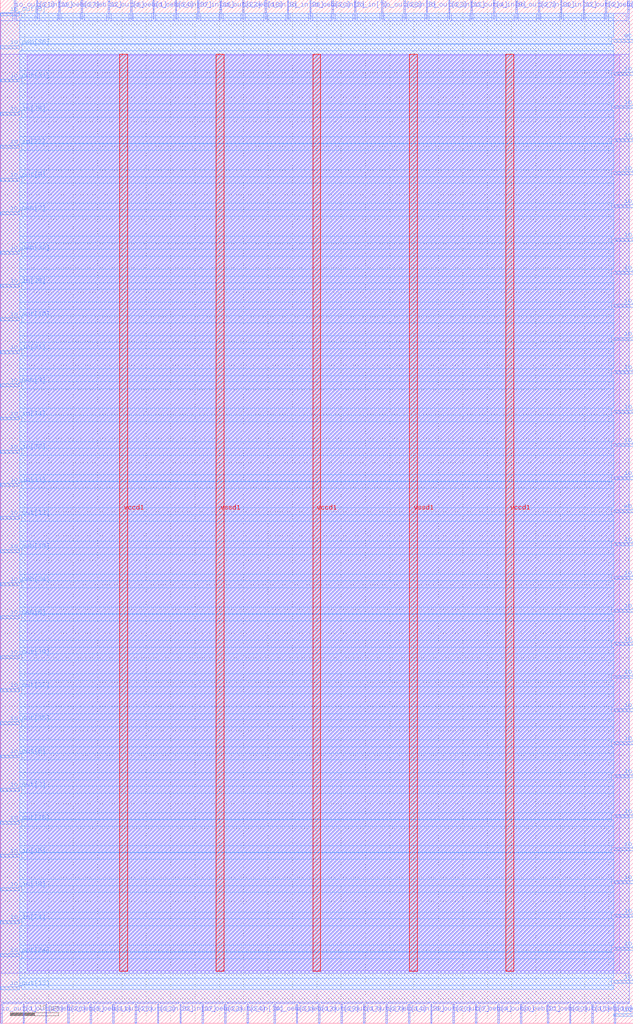
<source format=lef>
VERSION 5.7 ;
  NOWIREEXTENSIONATPIN ON ;
  DIVIDERCHAR "/" ;
  BUSBITCHARS "[]" ;
MACRO wrapped_tpm2137
  CLASS BLOCK ;
  FOREIGN wrapped_tpm2137 ;
  ORIGIN 0.000 0.000 ;
  SIZE 130.000 BY 210.000 ;
  PIN active
    DIRECTION INPUT ;
    USE SIGNAL ;
    PORT
      LAYER met3 ;
        RECT 126.000 201.320 130.000 201.920 ;
    END
  END active
  PIN io_in[0]
    DIRECTION INPUT ;
    USE SIGNAL ;
    PORT
      LAYER met3 ;
        RECT 126.000 57.160 130.000 57.760 ;
    END
  END io_in[0]
  PIN io_in[10]
    DIRECTION INPUT ;
    USE SIGNAL ;
    PORT
      LAYER met2 ;
        RECT 7.450 206.000 7.730 210.000 ;
    END
  END io_in[10]
  PIN io_in[11]
    DIRECTION INPUT ;
    USE SIGNAL ;
    PORT
      LAYER met3 ;
        RECT 0.000 110.200 4.000 110.800 ;
    END
  END io_in[11]
  PIN io_in[12]
    DIRECTION INPUT ;
    USE SIGNAL ;
    PORT
      LAYER met2 ;
        RECT 115.090 206.000 115.370 210.000 ;
    END
  END io_in[12]
  PIN io_in[13]
    DIRECTION INPUT ;
    USE SIGNAL ;
    PORT
      LAYER met2 ;
        RECT 92.090 206.000 92.370 210.000 ;
    END
  END io_in[13]
  PIN io_in[14]
    DIRECTION INPUT ;
    USE SIGNAL ;
    PORT
      LAYER met3 ;
        RECT 0.000 123.800 4.000 124.400 ;
    END
  END io_in[14]
  PIN io_in[15]
    DIRECTION INPUT ;
    USE SIGNAL ;
    PORT
      LAYER met3 ;
        RECT 0.000 34.040 4.000 34.640 ;
    END
  END io_in[15]
  PIN io_in[16]
    DIRECTION INPUT ;
    USE SIGNAL ;
    PORT
      LAYER met2 ;
        RECT 40.570 206.000 40.850 210.000 ;
    END
  END io_in[16]
  PIN io_in[17]
    DIRECTION INPUT ;
    USE SIGNAL ;
    PORT
      LAYER met2 ;
        RECT 36.890 0.000 37.170 4.000 ;
    END
  END io_in[17]
  PIN io_in[18]
    DIRECTION INPUT ;
    USE SIGNAL ;
    PORT
      LAYER met3 ;
        RECT 0.000 27.240 4.000 27.840 ;
    END
  END io_in[18]
  PIN io_in[19]
    DIRECTION INPUT ;
    USE SIGNAL ;
    PORT
      LAYER met3 ;
        RECT 126.000 187.720 130.000 188.320 ;
    END
  END io_in[19]
  PIN io_in[1]
    DIRECTION INPUT ;
    USE SIGNAL ;
    PORT
      LAYER met3 ;
        RECT 126.000 15.000 130.000 15.600 ;
    END
  END io_in[1]
  PIN io_in[20]
    DIRECTION INPUT ;
    USE SIGNAL ;
    PORT
      LAYER met2 ;
        RECT 110.490 206.000 110.770 210.000 ;
    END
  END io_in[20]
  PIN io_in[21]
    DIRECTION INPUT ;
    USE SIGNAL ;
    PORT
      LAYER met3 ;
        RECT 0.000 137.400 4.000 138.000 ;
    END
  END io_in[21]
  PIN io_in[22]
    DIRECTION INPUT ;
    USE SIGNAL ;
    PORT
      LAYER met3 ;
        RECT 0.000 179.560 4.000 180.160 ;
    END
  END io_in[22]
  PIN io_in[23]
    DIRECTION INPUT ;
    USE SIGNAL ;
    PORT
      LAYER met3 ;
        RECT 126.000 97.960 130.000 98.560 ;
    END
  END io_in[23]
  PIN io_in[24]
    DIRECTION INPUT ;
    USE SIGNAL ;
    PORT
      LAYER met3 ;
        RECT 0.000 20.440 4.000 21.040 ;
    END
  END io_in[24]
  PIN io_in[25]
    DIRECTION INPUT ;
    USE SIGNAL ;
    PORT
      LAYER met3 ;
        RECT 0.000 186.360 4.000 186.960 ;
    END
  END io_in[25]
  PIN io_in[26]
    DIRECTION INPUT ;
    USE SIGNAL ;
    PORT
      LAYER met2 ;
        RECT 58.970 206.000 59.250 210.000 ;
    END
  END io_in[26]
  PIN io_in[27]
    DIRECTION INPUT ;
    USE SIGNAL ;
    PORT
      LAYER met3 ;
        RECT 126.000 194.520 130.000 195.120 ;
    END
  END io_in[27]
  PIN io_in[28]
    DIRECTION INPUT ;
    USE SIGNAL ;
    PORT
      LAYER met3 ;
        RECT 126.000 1.400 130.000 2.000 ;
    END
  END io_in[28]
  PIN io_in[29]
    DIRECTION INPUT ;
    USE SIGNAL ;
    PORT
      LAYER met3 ;
        RECT 126.000 70.760 130.000 71.360 ;
    END
  END io_in[29]
  PIN io_in[2]
    DIRECTION INPUT ;
    USE SIGNAL ;
    PORT
      LAYER met2 ;
        RECT 54.370 206.000 54.650 210.000 ;
    END
  END io_in[2]
  PIN io_in[30]
    DIRECTION INPUT ;
    USE SIGNAL ;
    PORT
      LAYER met2 ;
        RECT 83.810 0.000 84.090 4.000 ;
    END
  END io_in[30]
  PIN io_in[31]
    DIRECTION INPUT ;
    USE SIGNAL ;
    PORT
      LAYER met3 ;
        RECT 126.000 111.560 130.000 112.160 ;
    END
  END io_in[31]
  PIN io_in[32]
    DIRECTION INPUT ;
    USE SIGNAL ;
    PORT
      LAYER met3 ;
        RECT 0.000 117.000 4.000 117.600 ;
    END
  END io_in[32]
  PIN io_in[33]
    DIRECTION INPUT ;
    USE SIGNAL ;
    PORT
      LAYER met2 ;
        RECT 32.290 0.000 32.570 4.000 ;
    END
  END io_in[33]
  PIN io_in[34]
    DIRECTION INPUT ;
    USE SIGNAL ;
    PORT
      LAYER met2 ;
        RECT 50.690 0.000 50.970 4.000 ;
    END
  END io_in[34]
  PIN io_in[35]
    DIRECTION INPUT ;
    USE SIGNAL ;
    PORT
      LAYER met3 ;
        RECT 126.000 28.600 130.000 29.200 ;
    END
  END io_in[35]
  PIN io_in[36]
    DIRECTION INPUT ;
    USE SIGNAL ;
    PORT
      LAYER met3 ;
        RECT 0.000 151.000 4.000 151.600 ;
    END
  END io_in[36]
  PIN io_in[37]
    DIRECTION INPUT ;
    USE SIGNAL ;
    PORT
      LAYER met2 ;
        RECT 35.970 206.000 36.250 210.000 ;
    END
  END io_in[37]
  PIN io_in[3]
    DIRECTION INPUT ;
    USE SIGNAL ;
    PORT
      LAYER met3 ;
        RECT 126.000 77.560 130.000 78.160 ;
    END
  END io_in[3]
  PIN io_in[4]
    DIRECTION INPUT ;
    USE SIGNAL ;
    PORT
      LAYER met3 ;
        RECT 126.000 118.360 130.000 118.960 ;
    END
  END io_in[4]
  PIN io_in[5]
    DIRECTION INPUT ;
    USE SIGNAL ;
    PORT
      LAYER met2 ;
        RECT 68.170 206.000 68.450 210.000 ;
    END
  END io_in[5]
  PIN io_in[6]
    DIRECTION INPUT ;
    USE SIGNAL ;
    PORT
      LAYER met3 ;
        RECT 126.000 91.160 130.000 91.760 ;
    END
  END io_in[6]
  PIN io_in[7]
    DIRECTION INPUT ;
    USE SIGNAL ;
    PORT
      LAYER met2 ;
        RECT 72.770 206.000 73.050 210.000 ;
    END
  END io_in[7]
  PIN io_in[8]
    DIRECTION INPUT ;
    USE SIGNAL ;
    PORT
      LAYER met2 ;
        RECT 82.890 206.000 83.170 210.000 ;
    END
  END io_in[8]
  PIN io_in[9]
    DIRECTION INPUT ;
    USE SIGNAL ;
    PORT
      LAYER met2 ;
        RECT 101.290 206.000 101.570 210.000 ;
    END
  END io_in[9]
  PIN io_oeb[0]
    DIRECTION OUTPUT TRISTATE ;
    USE SIGNAL ;
    PORT
      LAYER met2 ;
        RECT 128.890 206.000 129.170 210.000 ;
    END
  END io_oeb[0]
  PIN io_oeb[10]
    DIRECTION OUTPUT TRISTATE ;
    USE SIGNAL ;
    PORT
      LAYER met3 ;
        RECT 126.000 174.120 130.000 174.720 ;
    END
  END io_oeb[10]
  PIN io_oeb[11]
    DIRECTION OUTPUT TRISTATE ;
    USE SIGNAL ;
    PORT
      LAYER met2 ;
        RECT 18.490 0.000 18.770 4.000 ;
    END
  END io_oeb[11]
  PIN io_oeb[12]
    DIRECTION OUTPUT TRISTATE ;
    USE SIGNAL ;
    PORT
      LAYER met2 ;
        RECT 16.650 206.000 16.930 210.000 ;
    END
  END io_oeb[12]
  PIN io_oeb[13]
    DIRECTION OUTPUT TRISTATE ;
    USE SIGNAL ;
    PORT
      LAYER met2 ;
        RECT 60.810 0.000 61.090 4.000 ;
    END
  END io_oeb[13]
  PIN io_oeb[14]
    DIRECTION OUTPUT TRISTATE ;
    USE SIGNAL ;
    PORT
      LAYER met2 ;
        RECT 79.210 0.000 79.490 4.000 ;
    END
  END io_oeb[14]
  PIN io_oeb[15]
    DIRECTION OUTPUT TRISTATE ;
    USE SIGNAL ;
    PORT
      LAYER met3 ;
        RECT 126.000 180.920 130.000 181.520 ;
    END
  END io_oeb[15]
  PIN io_oeb[16]
    DIRECTION OUTPUT TRISTATE ;
    USE SIGNAL ;
    PORT
      LAYER met2 ;
        RECT 121.530 0.000 121.810 4.000 ;
    END
  END io_oeb[16]
  PIN io_oeb[17]
    DIRECTION OUTPUT TRISTATE ;
    USE SIGNAL ;
    PORT
      LAYER met3 ;
        RECT 126.000 140.120 130.000 140.720 ;
    END
  END io_oeb[17]
  PIN io_oeb[18]
    DIRECTION OUTPUT TRISTATE ;
    USE SIGNAL ;
    PORT
      LAYER met2 ;
        RECT 49.770 206.000 50.050 210.000 ;
    END
  END io_oeb[18]
  PIN io_oeb[19]
    DIRECTION OUTPUT TRISTATE ;
    USE SIGNAL ;
    PORT
      LAYER met3 ;
        RECT 0.000 96.600 4.000 97.200 ;
    END
  END io_oeb[19]
  PIN io_oeb[1]
    DIRECTION OUTPUT TRISTATE ;
    USE SIGNAL ;
    PORT
      LAYER met2 ;
        RECT 26.770 206.000 27.050 210.000 ;
    END
  END io_oeb[1]
  PIN io_oeb[20]
    DIRECTION OUTPUT TRISTATE ;
    USE SIGNAL ;
    PORT
      LAYER met2 ;
        RECT 63.570 206.000 63.850 210.000 ;
    END
  END io_oeb[20]
  PIN io_oeb[21]
    DIRECTION OUTPUT TRISTATE ;
    USE SIGNAL ;
    PORT
      LAYER met2 ;
        RECT 106.810 0.000 107.090 4.000 ;
    END
  END io_oeb[21]
  PIN io_oeb[22]
    DIRECTION OUTPUT TRISTATE ;
    USE SIGNAL ;
    PORT
      LAYER met2 ;
        RECT 41.490 0.000 41.770 4.000 ;
    END
  END io_oeb[22]
  PIN io_oeb[23]
    DIRECTION OUTPUT TRISTATE ;
    USE SIGNAL ;
    PORT
      LAYER met3 ;
        RECT 126.000 63.960 130.000 64.560 ;
    END
  END io_oeb[23]
  PIN io_oeb[24]
    DIRECTION OUTPUT TRISTATE ;
    USE SIGNAL ;
    PORT
      LAYER met2 ;
        RECT 31.370 206.000 31.650 210.000 ;
    END
  END io_oeb[24]
  PIN io_oeb[25]
    DIRECTION OUTPUT TRISTATE ;
    USE SIGNAL ;
    PORT
      LAYER met3 ;
        RECT 126.000 146.920 130.000 147.520 ;
    END
  END io_oeb[25]
  PIN io_oeb[26]
    DIRECTION OUTPUT TRISTATE ;
    USE SIGNAL ;
    PORT
      LAYER met2 ;
        RECT 9.290 0.000 9.570 4.000 ;
    END
  END io_oeb[26]
  PIN io_oeb[27]
    DIRECTION OUTPUT TRISTATE ;
    USE SIGNAL ;
    PORT
      LAYER met2 ;
        RECT 126.130 0.000 126.410 4.000 ;
    END
  END io_oeb[27]
  PIN io_oeb[28]
    DIRECTION OUTPUT TRISTATE ;
    USE SIGNAL ;
    PORT
      LAYER met3 ;
        RECT 126.000 50.360 130.000 50.960 ;
    END
  END io_oeb[28]
  PIN io_oeb[29]
    DIRECTION OUTPUT TRISTATE ;
    USE SIGNAL ;
    PORT
      LAYER met2 ;
        RECT 124.290 206.000 124.570 210.000 ;
    END
  END io_oeb[29]
  PIN io_oeb[2]
    DIRECTION OUTPUT TRISTATE ;
    USE SIGNAL ;
    PORT
      LAYER met3 ;
        RECT 0.000 165.960 4.000 166.560 ;
    END
  END io_oeb[2]
  PIN io_oeb[30]
    DIRECTION OUTPUT TRISTATE ;
    USE SIGNAL ;
    PORT
      LAYER met2 ;
        RECT 112.330 0.000 112.610 4.000 ;
    END
  END io_oeb[30]
  PIN io_oeb[31]
    DIRECTION OUTPUT TRISTATE ;
    USE SIGNAL ;
    PORT
      LAYER met2 ;
        RECT 56.210 0.000 56.490 4.000 ;
    END
  END io_oeb[31]
  PIN io_oeb[32]
    DIRECTION OUTPUT TRISTATE ;
    USE SIGNAL ;
    PORT
      LAYER met3 ;
        RECT 0.000 157.800 4.000 158.400 ;
    END
  END io_oeb[32]
  PIN io_oeb[33]
    DIRECTION OUTPUT TRISTATE ;
    USE SIGNAL ;
    PORT
      LAYER met3 ;
        RECT 126.000 160.520 130.000 161.120 ;
    END
  END io_oeb[33]
  PIN io_oeb[34]
    DIRECTION OUTPUT TRISTATE ;
    USE SIGNAL ;
    PORT
      LAYER met3 ;
        RECT 0.000 89.800 4.000 90.400 ;
    END
  END io_oeb[34]
  PIN io_oeb[35]
    DIRECTION OUTPUT TRISTATE ;
    USE SIGNAL ;
    PORT
      LAYER met3 ;
        RECT 126.000 21.800 130.000 22.400 ;
    END
  END io_oeb[35]
  PIN io_oeb[36]
    DIRECTION OUTPUT TRISTATE ;
    USE SIGNAL ;
    PORT
      LAYER met3 ;
        RECT 0.000 199.960 4.000 200.560 ;
    END
  END io_oeb[36]
  PIN io_oeb[37]
    DIRECTION OUTPUT TRISTATE ;
    USE SIGNAL ;
    PORT
      LAYER met2 ;
        RECT 12.050 206.000 12.330 210.000 ;
    END
  END io_oeb[37]
  PIN io_oeb[3]
    DIRECTION OUTPUT TRISTATE ;
    USE SIGNAL ;
    PORT
      LAYER met3 ;
        RECT 0.000 130.600 4.000 131.200 ;
    END
  END io_oeb[3]
  PIN io_oeb[4]
    DIRECTION OUTPUT TRISTATE ;
    USE SIGNAL ;
    PORT
      LAYER met2 ;
        RECT 97.610 0.000 97.890 4.000 ;
    END
  END io_oeb[4]
  PIN io_oeb[5]
    DIRECTION OUTPUT TRISTATE ;
    USE SIGNAL ;
    PORT
      LAYER met2 ;
        RECT 13.890 0.000 14.170 4.000 ;
    END
  END io_oeb[5]
  PIN io_oeb[6]
    DIRECTION OUTPUT TRISTATE ;
    USE SIGNAL ;
    PORT
      LAYER met3 ;
        RECT 0.000 83.000 4.000 83.600 ;
    END
  END io_oeb[6]
  PIN io_oeb[7]
    DIRECTION OUTPUT TRISTATE ;
    USE SIGNAL ;
    PORT
      LAYER met3 ;
        RECT 126.000 8.200 130.000 8.800 ;
    END
  END io_oeb[7]
  PIN io_oeb[8]
    DIRECTION OUTPUT TRISTATE ;
    USE SIGNAL ;
    PORT
      LAYER met3 ;
        RECT 126.000 125.160 130.000 125.760 ;
    END
  END io_oeb[8]
  PIN io_oeb[9]
    DIRECTION OUTPUT TRISTATE ;
    USE SIGNAL ;
    PORT
      LAYER met3 ;
        RECT 126.000 84.360 130.000 84.960 ;
    END
  END io_oeb[9]
  PIN io_out[0]
    DIRECTION OUTPUT TRISTATE ;
    USE SIGNAL ;
    PORT
      LAYER met2 ;
        RECT 102.210 0.000 102.490 4.000 ;
    END
  END io_out[0]
  PIN io_out[10]
    DIRECTION OUTPUT TRISTATE ;
    USE SIGNAL ;
    PORT
      LAYER met3 ;
        RECT 0.000 144.200 4.000 144.800 ;
    END
  END io_out[10]
  PIN io_out[11]
    DIRECTION OUTPUT TRISTATE ;
    USE SIGNAL ;
    PORT
      LAYER met3 ;
        RECT 126.000 42.200 130.000 42.800 ;
    END
  END io_out[11]
  PIN io_out[12]
    DIRECTION OUTPUT TRISTATE ;
    USE SIGNAL ;
    PORT
      LAYER met3 ;
        RECT 0.000 103.400 4.000 104.000 ;
    END
  END io_out[12]
  PIN io_out[13]
    DIRECTION OUTPUT TRISTATE ;
    USE SIGNAL ;
    PORT
      LAYER met3 ;
        RECT 0.000 6.840 4.000 7.440 ;
    END
  END io_out[13]
  PIN io_out[14]
    DIRECTION OUTPUT TRISTATE ;
    USE SIGNAL ;
    PORT
      LAYER met3 ;
        RECT 126.000 153.720 130.000 154.320 ;
    END
  END io_out[14]
  PIN io_out[15]
    DIRECTION OUTPUT TRISTATE ;
    USE SIGNAL ;
    PORT
      LAYER met2 ;
        RECT 116.930 0.000 117.210 4.000 ;
    END
  END io_out[15]
  PIN io_out[16]
    DIRECTION OUTPUT TRISTATE ;
    USE SIGNAL ;
    PORT
      LAYER met3 ;
        RECT 126.000 167.320 130.000 167.920 ;
    END
  END io_out[16]
  PIN io_out[17]
    DIRECTION OUTPUT TRISTATE ;
    USE SIGNAL ;
    PORT
      LAYER met2 ;
        RECT 70.010 0.000 70.290 4.000 ;
    END
  END io_out[17]
  PIN io_out[18]
    DIRECTION OUTPUT TRISTATE ;
    USE SIGNAL ;
    PORT
      LAYER met3 ;
        RECT 0.000 40.840 4.000 41.440 ;
    END
  END io_out[18]
  PIN io_out[19]
    DIRECTION OUTPUT TRISTATE ;
    USE SIGNAL ;
    PORT
      LAYER met3 ;
        RECT 0.000 74.840 4.000 75.440 ;
    END
  END io_out[19]
  PIN io_out[1]
    DIRECTION OUTPUT TRISTATE ;
    USE SIGNAL ;
    PORT
      LAYER met2 ;
        RECT 0.090 0.000 0.370 4.000 ;
    END
  END io_out[1]
  PIN io_out[20]
    DIRECTION OUTPUT TRISTATE ;
    USE SIGNAL ;
    PORT
      LAYER met2 ;
        RECT 88.410 0.000 88.690 4.000 ;
    END
  END io_out[20]
  PIN io_out[21]
    DIRECTION OUTPUT TRISTATE ;
    USE SIGNAL ;
    PORT
      LAYER met2 ;
        RECT 2.850 206.000 3.130 210.000 ;
    END
  END io_out[21]
  PIN io_out[22]
    DIRECTION OUTPUT TRISTATE ;
    USE SIGNAL ;
    PORT
      LAYER met2 ;
        RECT 45.170 206.000 45.450 210.000 ;
    END
  END io_out[22]
  PIN io_out[23]
    DIRECTION OUTPUT TRISTATE ;
    USE SIGNAL ;
    PORT
      LAYER met2 ;
        RECT 87.490 206.000 87.770 210.000 ;
    END
  END io_out[23]
  PIN io_out[24]
    DIRECTION OUTPUT TRISTATE ;
    USE SIGNAL ;
    PORT
      LAYER met3 ;
        RECT 0.000 13.640 4.000 14.240 ;
    END
  END io_out[24]
  PIN io_out[25]
    DIRECTION OUTPUT TRISTATE ;
    USE SIGNAL ;
    PORT
      LAYER met2 ;
        RECT 23.090 0.000 23.370 4.000 ;
    END
  END io_out[25]
  PIN io_out[26]
    DIRECTION OUTPUT TRISTATE ;
    USE SIGNAL ;
    PORT
      LAYER met2 ;
        RECT 4.690 0.000 4.970 4.000 ;
    END
  END io_out[26]
  PIN io_out[27]
    DIRECTION OUTPUT TRISTATE ;
    USE SIGNAL ;
    PORT
      LAYER met2 ;
        RECT 105.890 206.000 106.170 210.000 ;
    END
  END io_out[27]
  PIN io_out[28]
    DIRECTION OUTPUT TRISTATE ;
    USE SIGNAL ;
    PORT
      LAYER met2 ;
        RECT 78.290 206.000 78.570 210.000 ;
    END
  END io_out[28]
  PIN io_out[29]
    DIRECTION OUTPUT TRISTATE ;
    USE SIGNAL ;
    PORT
      LAYER met2 ;
        RECT 65.410 0.000 65.690 4.000 ;
    END
  END io_out[29]
  PIN io_out[2]
    DIRECTION OUTPUT TRISTATE ;
    USE SIGNAL ;
    PORT
      LAYER met2 ;
        RECT 119.690 206.000 119.970 210.000 ;
    END
  END io_out[2]
  PIN io_out[30]
    DIRECTION OUTPUT TRISTATE ;
    USE SIGNAL ;
    PORT
      LAYER met3 ;
        RECT 126.000 35.400 130.000 36.000 ;
    END
  END io_out[30]
  PIN io_out[31]
    DIRECTION OUTPUT TRISTATE ;
    USE SIGNAL ;
    PORT
      LAYER met3 ;
        RECT 0.000 193.160 4.000 193.760 ;
    END
  END io_out[31]
  PIN io_out[32]
    DIRECTION OUTPUT TRISTATE ;
    USE SIGNAL ;
    PORT
      LAYER met3 ;
        RECT 0.000 68.040 4.000 68.640 ;
    END
  END io_out[32]
  PIN io_out[33]
    DIRECTION OUTPUT TRISTATE ;
    USE SIGNAL ;
    PORT
      LAYER met2 ;
        RECT 27.690 0.000 27.970 4.000 ;
    END
  END io_out[33]
  PIN io_out[34]
    DIRECTION OUTPUT TRISTATE ;
    USE SIGNAL ;
    PORT
      LAYER met2 ;
        RECT 46.090 0.000 46.370 4.000 ;
    END
  END io_out[34]
  PIN io_out[35]
    DIRECTION OUTPUT TRISTATE ;
    USE SIGNAL ;
    PORT
      LAYER met3 ;
        RECT 0.000 61.240 4.000 61.840 ;
    END
  END io_out[35]
  PIN io_out[36]
    DIRECTION OUTPUT TRISTATE ;
    USE SIGNAL ;
    PORT
      LAYER met3 ;
        RECT 126.000 133.320 130.000 133.920 ;
    END
  END io_out[36]
  PIN io_out[37]
    DIRECTION OUTPUT TRISTATE ;
    USE SIGNAL ;
    PORT
      LAYER met2 ;
        RECT 74.610 0.000 74.890 4.000 ;
    END
  END io_out[37]
  PIN io_out[3]
    DIRECTION OUTPUT TRISTATE ;
    USE SIGNAL ;
    PORT
      LAYER met3 ;
        RECT 0.000 47.640 4.000 48.240 ;
    END
  END io_out[3]
  PIN io_out[4]
    DIRECTION OUTPUT TRISTATE ;
    USE SIGNAL ;
    PORT
      LAYER met2 ;
        RECT 96.690 206.000 96.970 210.000 ;
    END
  END io_out[4]
  PIN io_out[5]
    DIRECTION OUTPUT TRISTATE ;
    USE SIGNAL ;
    PORT
      LAYER met3 ;
        RECT 0.000 206.760 4.000 207.360 ;
    END
  END io_out[5]
  PIN io_out[6]
    DIRECTION OUTPUT TRISTATE ;
    USE SIGNAL ;
    PORT
      LAYER met2 ;
        RECT 22.170 206.000 22.450 210.000 ;
    END
  END io_out[6]
  PIN io_out[7]
    DIRECTION OUTPUT TRISTATE ;
    USE SIGNAL ;
    PORT
      LAYER met2 ;
        RECT 93.010 0.000 93.290 4.000 ;
    END
  END io_out[7]
  PIN io_out[8]
    DIRECTION OUTPUT TRISTATE ;
    USE SIGNAL ;
    PORT
      LAYER met3 ;
        RECT 0.000 54.440 4.000 55.040 ;
    END
  END io_out[8]
  PIN io_out[9]
    DIRECTION OUTPUT TRISTATE ;
    USE SIGNAL ;
    PORT
      LAYER met3 ;
        RECT 0.000 172.760 4.000 173.360 ;
    END
  END io_out[9]
  PIN vccd1
    DIRECTION INPUT ;
    USE POWER ;
    PORT
      LAYER met4 ;
        RECT 24.545 10.640 26.145 198.800 ;
    END
    PORT
      LAYER met4 ;
        RECT 64.195 10.640 65.795 198.800 ;
    END
    PORT
      LAYER met4 ;
        RECT 103.850 10.640 105.450 198.800 ;
    END
  END vccd1
  PIN vssd1
    DIRECTION INPUT ;
    USE GROUND ;
    PORT
      LAYER met4 ;
        RECT 44.370 10.640 45.970 198.800 ;
    END
    PORT
      LAYER met4 ;
        RECT 84.025 10.640 85.625 198.800 ;
    END
  END vssd1
  PIN wb_clk_i
    DIRECTION INPUT ;
    USE SIGNAL ;
    PORT
      LAYER met3 ;
        RECT 126.000 104.760 130.000 105.360 ;
    END
  END wb_clk_i
  OBS
      LAYER li1 ;
        RECT 5.520 10.795 127.275 198.645 ;
      LAYER met1 ;
        RECT 0.070 10.240 129.190 198.800 ;
      LAYER met2 ;
        RECT 0.100 205.720 2.570 207.245 ;
        RECT 3.410 205.720 7.170 207.245 ;
        RECT 8.010 205.720 11.770 207.245 ;
        RECT 12.610 205.720 16.370 207.245 ;
        RECT 17.210 205.720 21.890 207.245 ;
        RECT 22.730 205.720 26.490 207.245 ;
        RECT 27.330 205.720 31.090 207.245 ;
        RECT 31.930 205.720 35.690 207.245 ;
        RECT 36.530 205.720 40.290 207.245 ;
        RECT 41.130 205.720 44.890 207.245 ;
        RECT 45.730 205.720 49.490 207.245 ;
        RECT 50.330 205.720 54.090 207.245 ;
        RECT 54.930 205.720 58.690 207.245 ;
        RECT 59.530 205.720 63.290 207.245 ;
        RECT 64.130 205.720 67.890 207.245 ;
        RECT 68.730 205.720 72.490 207.245 ;
        RECT 73.330 205.720 78.010 207.245 ;
        RECT 78.850 205.720 82.610 207.245 ;
        RECT 83.450 205.720 87.210 207.245 ;
        RECT 88.050 205.720 91.810 207.245 ;
        RECT 92.650 205.720 96.410 207.245 ;
        RECT 97.250 205.720 101.010 207.245 ;
        RECT 101.850 205.720 105.610 207.245 ;
        RECT 106.450 205.720 110.210 207.245 ;
        RECT 111.050 205.720 114.810 207.245 ;
        RECT 115.650 205.720 119.410 207.245 ;
        RECT 120.250 205.720 124.010 207.245 ;
        RECT 124.850 205.720 128.610 207.245 ;
        RECT 0.100 4.280 129.160 205.720 ;
        RECT 0.650 4.000 4.410 4.280 ;
        RECT 5.250 4.000 9.010 4.280 ;
        RECT 9.850 4.000 13.610 4.280 ;
        RECT 14.450 4.000 18.210 4.280 ;
        RECT 19.050 4.000 22.810 4.280 ;
        RECT 23.650 4.000 27.410 4.280 ;
        RECT 28.250 4.000 32.010 4.280 ;
        RECT 32.850 4.000 36.610 4.280 ;
        RECT 37.450 4.000 41.210 4.280 ;
        RECT 42.050 4.000 45.810 4.280 ;
        RECT 46.650 4.000 50.410 4.280 ;
        RECT 51.250 4.000 55.930 4.280 ;
        RECT 56.770 4.000 60.530 4.280 ;
        RECT 61.370 4.000 65.130 4.280 ;
        RECT 65.970 4.000 69.730 4.280 ;
        RECT 70.570 4.000 74.330 4.280 ;
        RECT 75.170 4.000 78.930 4.280 ;
        RECT 79.770 4.000 83.530 4.280 ;
        RECT 84.370 4.000 88.130 4.280 ;
        RECT 88.970 4.000 92.730 4.280 ;
        RECT 93.570 4.000 97.330 4.280 ;
        RECT 98.170 4.000 101.930 4.280 ;
        RECT 102.770 4.000 106.530 4.280 ;
        RECT 107.370 4.000 112.050 4.280 ;
        RECT 112.890 4.000 116.650 4.280 ;
        RECT 117.490 4.000 121.250 4.280 ;
        RECT 122.090 4.000 125.850 4.280 ;
        RECT 126.690 4.000 129.160 4.280 ;
      LAYER met3 ;
        RECT 4.400 206.360 126.000 207.225 ;
        RECT 4.000 202.320 126.000 206.360 ;
        RECT 4.000 200.960 125.600 202.320 ;
        RECT 4.400 200.920 125.600 200.960 ;
        RECT 4.400 199.560 126.000 200.920 ;
        RECT 4.000 195.520 126.000 199.560 ;
        RECT 4.000 194.160 125.600 195.520 ;
        RECT 4.400 194.120 125.600 194.160 ;
        RECT 4.400 192.760 126.000 194.120 ;
        RECT 4.000 188.720 126.000 192.760 ;
        RECT 4.000 187.360 125.600 188.720 ;
        RECT 4.400 187.320 125.600 187.360 ;
        RECT 4.400 185.960 126.000 187.320 ;
        RECT 4.000 181.920 126.000 185.960 ;
        RECT 4.000 180.560 125.600 181.920 ;
        RECT 4.400 180.520 125.600 180.560 ;
        RECT 4.400 179.160 126.000 180.520 ;
        RECT 4.000 175.120 126.000 179.160 ;
        RECT 4.000 173.760 125.600 175.120 ;
        RECT 4.400 173.720 125.600 173.760 ;
        RECT 4.400 172.360 126.000 173.720 ;
        RECT 4.000 168.320 126.000 172.360 ;
        RECT 4.000 166.960 125.600 168.320 ;
        RECT 4.400 166.920 125.600 166.960 ;
        RECT 4.400 165.560 126.000 166.920 ;
        RECT 4.000 161.520 126.000 165.560 ;
        RECT 4.000 160.120 125.600 161.520 ;
        RECT 4.000 158.800 126.000 160.120 ;
        RECT 4.400 157.400 126.000 158.800 ;
        RECT 4.000 154.720 126.000 157.400 ;
        RECT 4.000 153.320 125.600 154.720 ;
        RECT 4.000 152.000 126.000 153.320 ;
        RECT 4.400 150.600 126.000 152.000 ;
        RECT 4.000 147.920 126.000 150.600 ;
        RECT 4.000 146.520 125.600 147.920 ;
        RECT 4.000 145.200 126.000 146.520 ;
        RECT 4.400 143.800 126.000 145.200 ;
        RECT 4.000 141.120 126.000 143.800 ;
        RECT 4.000 139.720 125.600 141.120 ;
        RECT 4.000 138.400 126.000 139.720 ;
        RECT 4.400 137.000 126.000 138.400 ;
        RECT 4.000 134.320 126.000 137.000 ;
        RECT 4.000 132.920 125.600 134.320 ;
        RECT 4.000 131.600 126.000 132.920 ;
        RECT 4.400 130.200 126.000 131.600 ;
        RECT 4.000 126.160 126.000 130.200 ;
        RECT 4.000 124.800 125.600 126.160 ;
        RECT 4.400 124.760 125.600 124.800 ;
        RECT 4.400 123.400 126.000 124.760 ;
        RECT 4.000 119.360 126.000 123.400 ;
        RECT 4.000 118.000 125.600 119.360 ;
        RECT 4.400 117.960 125.600 118.000 ;
        RECT 4.400 116.600 126.000 117.960 ;
        RECT 4.000 112.560 126.000 116.600 ;
        RECT 4.000 111.200 125.600 112.560 ;
        RECT 4.400 111.160 125.600 111.200 ;
        RECT 4.400 109.800 126.000 111.160 ;
        RECT 4.000 105.760 126.000 109.800 ;
        RECT 4.000 104.400 125.600 105.760 ;
        RECT 4.400 104.360 125.600 104.400 ;
        RECT 4.400 103.000 126.000 104.360 ;
        RECT 4.000 98.960 126.000 103.000 ;
        RECT 4.000 97.600 125.600 98.960 ;
        RECT 4.400 97.560 125.600 97.600 ;
        RECT 4.400 96.200 126.000 97.560 ;
        RECT 4.000 92.160 126.000 96.200 ;
        RECT 4.000 90.800 125.600 92.160 ;
        RECT 4.400 90.760 125.600 90.800 ;
        RECT 4.400 89.400 126.000 90.760 ;
        RECT 4.000 85.360 126.000 89.400 ;
        RECT 4.000 84.000 125.600 85.360 ;
        RECT 4.400 83.960 125.600 84.000 ;
        RECT 4.400 82.600 126.000 83.960 ;
        RECT 4.000 78.560 126.000 82.600 ;
        RECT 4.000 77.160 125.600 78.560 ;
        RECT 4.000 75.840 126.000 77.160 ;
        RECT 4.400 74.440 126.000 75.840 ;
        RECT 4.000 71.760 126.000 74.440 ;
        RECT 4.000 70.360 125.600 71.760 ;
        RECT 4.000 69.040 126.000 70.360 ;
        RECT 4.400 67.640 126.000 69.040 ;
        RECT 4.000 64.960 126.000 67.640 ;
        RECT 4.000 63.560 125.600 64.960 ;
        RECT 4.000 62.240 126.000 63.560 ;
        RECT 4.400 60.840 126.000 62.240 ;
        RECT 4.000 58.160 126.000 60.840 ;
        RECT 4.000 56.760 125.600 58.160 ;
        RECT 4.000 55.440 126.000 56.760 ;
        RECT 4.400 54.040 126.000 55.440 ;
        RECT 4.000 51.360 126.000 54.040 ;
        RECT 4.000 49.960 125.600 51.360 ;
        RECT 4.000 48.640 126.000 49.960 ;
        RECT 4.400 47.240 126.000 48.640 ;
        RECT 4.000 43.200 126.000 47.240 ;
        RECT 4.000 41.840 125.600 43.200 ;
        RECT 4.400 41.800 125.600 41.840 ;
        RECT 4.400 40.440 126.000 41.800 ;
        RECT 4.000 36.400 126.000 40.440 ;
        RECT 4.000 35.040 125.600 36.400 ;
        RECT 4.400 35.000 125.600 35.040 ;
        RECT 4.400 33.640 126.000 35.000 ;
        RECT 4.000 29.600 126.000 33.640 ;
        RECT 4.000 28.240 125.600 29.600 ;
        RECT 4.400 28.200 125.600 28.240 ;
        RECT 4.400 26.840 126.000 28.200 ;
        RECT 4.000 22.800 126.000 26.840 ;
        RECT 4.000 21.440 125.600 22.800 ;
        RECT 4.400 21.400 125.600 21.440 ;
        RECT 4.400 20.040 126.000 21.400 ;
        RECT 4.000 16.000 126.000 20.040 ;
        RECT 4.000 14.640 125.600 16.000 ;
        RECT 4.400 14.600 125.600 14.640 ;
        RECT 4.400 13.240 126.000 14.600 ;
        RECT 4.000 9.200 126.000 13.240 ;
        RECT 4.000 7.840 125.600 9.200 ;
        RECT 4.400 7.800 125.600 7.840 ;
        RECT 4.400 6.975 126.000 7.800 ;
  END
END wrapped_tpm2137
END LIBRARY


</source>
